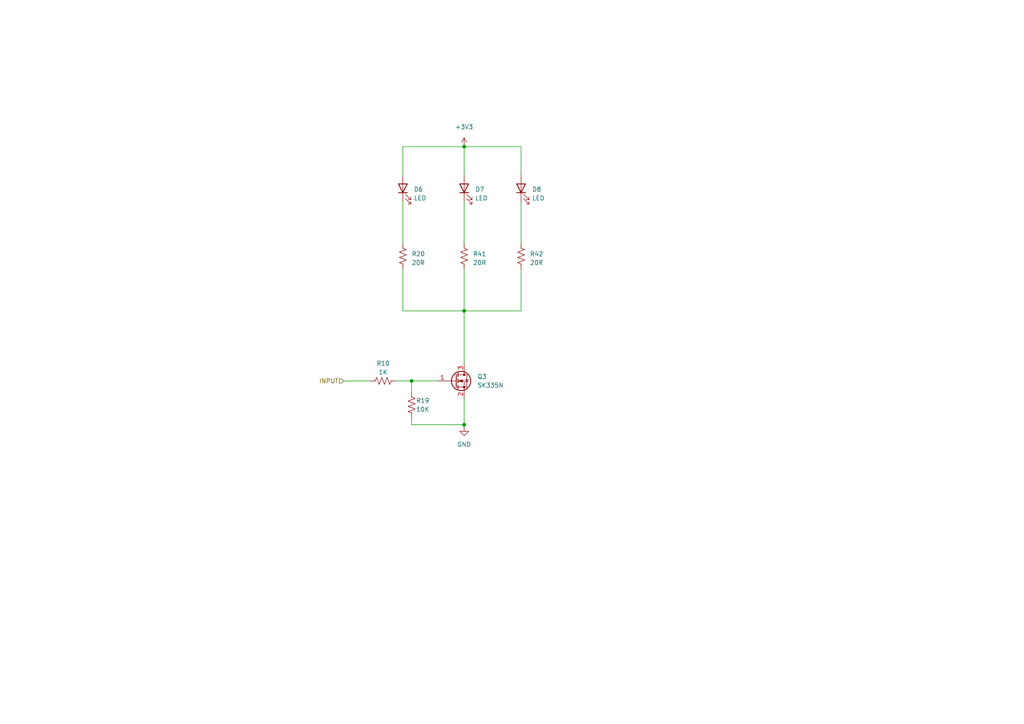
<source format=kicad_sch>
(kicad_sch (version 20230121) (generator eeschema)
  (paper "A4")
  (lib_symbols
    (symbol "Device:LED" (pin_numbers hide) (pin_names (offset 1.016) hide)
      (property "Reference" "D" (at 0 2.54 0))
      (property "Value" "LED" (at 0 -2.54 0))
      (symbol "LED_0_1"
        (polyline (pts (xy -1.27 -1.27) (xy -1.27 1.27)) (stroke (width 0.254)))
        (polyline (pts (xy -1.27 0) (xy 1.27 0)))
        (polyline (pts (xy 1.27 -1.27) (xy 1.27 1.27) (xy -1.27 0) (xy 1.27 -1.27)) (stroke (width 0.254)))
        (polyline (pts (xy -3.048 -0.762) (xy -4.572 -2.286) (xy -3.81 -2.286) (xy -4.572 -2.286) (xy -4.572 -1.524)))
        (polyline (pts (xy -1.778 -0.762) (xy -3.302 -2.286) (xy -2.54 -2.286) (xy -3.302 -2.286) (xy -3.302 -1.524)))
      )
      (symbol "LED_1_1"
        (pin passive line (at -3.81 0 0) (length 2.54) (name "K") (number "1"))
        (pin passive line (at 3.81 0 180) (length 2.54) (name "A") (number "2"))
      )
    )
    (symbol "Device:Q_NMOS_GSD" (pin_names (offset 0) hide)
      (property "Reference" "Q" (at 5.08 1.27 0))
      (property "Value" "Q_NMOS_GSD" (at 5.08 -1.27 0))
      (symbol "Q_NMOS_GSD_0_1"
        (polyline (pts (xy 0.254 0) (xy -2.54 0)))
        (polyline (pts (xy 0.254 1.905) (xy 0.254 -1.905)) (stroke (width 0.254)))
        (polyline (pts (xy 0.762 -1.27) (xy 0.762 -2.286)) (stroke (width 0.254)))
        (polyline (pts (xy 0.762 0.508) (xy 0.762 -0.508)) (stroke (width 0.254)))
        (polyline (pts (xy 0.762 2.286) (xy 0.762 1.27)) (stroke (width 0.254)))
        (polyline (pts (xy 2.54 2.54) (xy 2.54 1.778)))
        (polyline (pts (xy 2.54 -2.54) (xy 2.54 0) (xy 0.762 0)))
        (polyline (pts (xy 0.762 -1.778) (xy 3.302 -1.778) (xy 3.302 1.778) (xy 0.762 1.778)))
        (polyline (pts (xy 1.016 0) (xy 2.032 0.381) (xy 2.032 -0.381) (xy 1.016 0)) (fill (type outline)))
        (polyline (pts (xy 2.794 0.508) (xy 2.921 0.381) (xy 3.683 0.381) (xy 3.81 0.254)))
        (polyline (pts (xy 3.302 0.381) (xy 2.921 -0.254) (xy 3.683 -0.254) (xy 3.302 0.381)))
        (circle (center 1.651 0) (radius 2.794) (stroke (width 0.254)))
        (circle (center 2.54 -1.778) (radius 0.254) (fill (type outline)))
        (circle (center 2.54 1.778) (radius 0.254) (fill (type outline)))
      )
      (symbol "Q_NMOS_GSD_1_1"
        (pin input line (at -5.08 0 0) (length 2.54) (name "G") (number "1"))
        (pin passive line (at 2.54 -5.08 90) (length 2.54) (name "S") (number "2"))
        (pin passive line (at 2.54 5.08 270) (length 2.54) (name "D") (number "3"))
      )
    )
    (symbol "Device:R_US" (pin_numbers hide) (pin_names (offset 0))
      (property "Reference" "R" (at 2.54 0 90))
      (property "Value" "R_US" (at -2.54 0 90))
      (symbol "R_US_0_1"
        (polyline (pts (xy 0 -2.286) (xy 0 -2.54)))
        (polyline (pts (xy 0 2.286) (xy 0 2.54)))
        (polyline (pts (xy 0 -0.762) (xy 1.016 -1.143) (xy 0 -1.524) (xy -1.016 -1.905) (xy 0 -2.286)))
        (polyline (pts (xy 0 0.762) (xy 1.016 0.381) (xy 0 0) (xy -1.016 -0.381) (xy 0 -0.762)))
        (polyline (pts (xy 0 2.286) (xy 1.016 1.905) (xy 0 1.524) (xy -1.016 1.143) (xy 0 0.762)))
      )
      (symbol "R_US_1_1"
        (pin passive line (at 0 3.81 270) (length 1.27) (name "~") (number "1"))
        (pin passive line (at 0 -3.81 90) (length 1.27) (name "~") (number "2"))
      )
    )
    (symbol "power:+3V3" (power) (pin_names (offset 0))
      (property "Value" "+3V3" (at 0 3.556 0))
      (symbol "+3V3_0_1"
        (polyline (pts (xy -0.762 1.27) (xy 0 2.54)))
        (polyline (pts (xy 0 0) (xy 0 2.54)))
        (polyline (pts (xy 0 2.54) (xy 0.762 1.27)))
      )
      (symbol "+3V3_1_1"
        (pin power_in line (at 0 0 90) (length 0) hide (name "+3V3") (number "1"))
      )
    )
    (symbol "power:GND" (power) (pin_names (offset 0))
      (property "Value" "GND" (at 0 -3.81 0))
      (symbol "GND_0_1"
        (polyline (pts (xy 0 0) (xy 0 -1.27) (xy 1.27 -1.27) (xy 0 -2.54) (xy -1.27 -1.27) (xy 0 -1.27)))
      )
      (symbol "GND_1_1"
        (pin power_in line (at 0 0 270) (length 0) hide (name "GND") (number "1"))
      )
    )
  )
  (junction (at 134.62 90.17))
  (junction (at 119.38 110.49))
  (junction (at 134.62 42.545))
  (junction (at 134.62 123.19))
  (wire (pts (xy 134.62 78.105) (xy 134.62 90.17)))
  (wire (pts (xy 116.84 50.8) (xy 116.84 42.545)))
  (wire (pts (xy 99.695 110.49) (xy 107.315 110.49)))
  (wire (pts (xy 116.84 90.17) (xy 116.84 78.105)))
  (wire (pts (xy 134.62 123.19) (xy 134.62 115.57)))
  (wire (pts (xy 134.62 90.17) (xy 151.13 90.17)))
  (wire (pts (xy 134.62 90.17) (xy 134.62 105.41)))
  (wire (pts (xy 134.62 123.19) (xy 119.38 123.19)))
  (wire (pts (xy 116.84 42.545) (xy 134.62 42.545)))
  (wire (pts (xy 134.62 123.825) (xy 134.62 123.19)))
  (wire (pts (xy 151.13 58.42) (xy 151.13 70.485)))
  (wire (pts (xy 119.38 110.49) (xy 127 110.49)))
  (wire (pts (xy 134.62 42.545) (xy 134.62 50.8)))
  (wire (pts (xy 134.62 58.42) (xy 134.62 70.485)))
  (wire (pts (xy 114.935 110.49) (xy 119.38 110.49)))
  (wire (pts (xy 119.38 113.665) (xy 119.38 110.49)))
  (wire (pts (xy 134.62 42.545) (xy 151.13 42.545)))
  (wire (pts (xy 151.13 78.105) (xy 151.13 90.17)))
  (wire (pts (xy 116.84 90.17) (xy 134.62 90.17)))
  (wire (pts (xy 119.38 123.19) (xy 119.38 121.285)))
  (wire (pts (xy 151.13 42.545) (xy 151.13 50.8)))
  (wire (pts (xy 116.84 70.485) (xy 116.84 58.42)))
  (hierarchical_label "INPUT" (shape input) (at 99.695 110.49 180))
  (symbol (lib_id "Device:LED") (at 134.62 54.61 90) (unit 1)
    (property "Reference" "D7" (at 137.795 54.9274 90) (effects (justify right)))
    (property "Value" "LED" (at 137.795 57.4674 90) (effects (justify right)))
    (property "Footprint" "LED_SMD:LED_PLCC_2835_Handsoldering" (effects hide))
    (instances (project "ALERT_RIDER_HARDWARE" (path "" (reference "D7") (unit 1)) (path "" (reference "D10") (unit 1)) (path "" (reference "D13") (unit 1))))
  )
  (symbol (lib_id "Device:R_US") (at 119.38 117.475 180) (unit 1)
    (property "Reference" "R19" (at 120.65 116.205 0) (effects (justify right)))
    (property "Value" "10K" (at 120.65 118.745 0) (effects (justify right)))
    (property "Footprint" "Resistor_SMD:R_0402_1005Metric" (effects hide))
    (instances (project "ALERT_RIDER_HARDWARE" (path "" (reference "R19") (unit 1)) (path "" (reference "R22") (unit 1)) (path "" (reference "R25") (unit 1))))
  )
  (symbol (lib_id "Device:R_US") (at 151.13 74.295 0) (unit 1)
    (property "Reference" "R42" (at 153.67 73.66 0) (effects (justify left)))
    (property "Value" "20R" (at 153.67 76.2 0) (effects (justify left)))
    (property "Footprint" "Resistor_SMD:R_0402_1005Metric" (effects hide))
    (instances (project "ALERT_RIDER_HARDWARE" (path "" (reference "R42") (unit 1)) (path "" (reference "R44") (unit 1)) (path "" (reference "R46") (unit 1))))
  )
  (symbol (lib_id "Device:LED") (at 116.84 54.61 90) (unit 1)
    (property "Reference" "D6" (at 120.015 54.9274 90) (effects (justify right)))
    (property "Value" "LED" (at 120.015 57.4674 90) (effects (justify right)))
    (property "Footprint" "LED_SMD:LED_PLCC_2835_Handsoldering" (effects hide))
    (instances (project "ALERT_RIDER_HARDWARE" (path "" (reference "D6") (unit 1)) (path "" (reference "D9") (unit 1)) (path "" (reference "D12") (unit 1))))
  )
  (symbol (lib_id "Device:R_US") (at 111.125 110.49 90) (unit 1)
    (property "Reference" "R10" (at 111.125 105.41 90))
    (property "Value" "1K" (at 111.125 107.95 90))
    (property "Footprint" "Resistor_SMD:R_0402_1005Metric" (effects hide))
    (instances (project "ALERT_RIDER_HARDWARE" (path "" (reference "R10") (unit 1)) (path "" (reference "R21") (unit 1)) (path "" (reference "R24") (unit 1))))
  )
  (symbol (lib_id "Device:R_US") (at 134.62 74.295 0) (unit 1)
    (property "Reference" "R41" (at 137.16 73.66 0) (effects (justify left)))
    (property "Value" "20R" (at 137.16 76.2 0) (effects (justify left)))
    (property "Footprint" "Resistor_SMD:R_0402_1005Metric" (effects hide))
    (instances (project "ALERT_RIDER_HARDWARE" (path "" (reference "R41") (unit 1)) (path "" (reference "R43") (unit 1)) (path "" (reference "R45") (unit 1))))
  )
  (symbol (lib_id "power:GND") (at 134.62 123.825 0) (unit 1)
    (property "Reference" "#PWR043" (effects hide))
    (property "Value" "GND" (at 134.62 128.905 0))
    (instances (project "ALERT_RIDER_HARDWARE" (path "" (reference "#PWR043") (unit 1)) (path "" (reference "#PWR045") (unit 1)) (path "" (reference "#PWR047") (unit 1))))
  )
  (symbol (lib_id "Device:Q_NMOS_GSD") (at 132.08 110.49 0) (unit 1)
    (property "Reference" "Q3" (at 138.43 109.2199 0) (effects (justify left)))
    (property "Value" "SK335N" (at 138.43 111.7599 0) (effects (justify left)))
    (property "Footprint" "Package_TO_SOT_SMD:SOT-23" (effects hide))
    (instances (project "ALERT_RIDER_HARDWARE" (path "" (reference "Q3") (unit 1)) (path "" (reference "Q4") (unit 1)) (path "" (reference "Q5") (unit 1))))
  )
  (symbol (lib_id "power:+3V3") (at 134.62 42.545 0) (unit 1)
    (property "Reference" "#PWR042" (effects hide))
    (property "Value" "+3V3" (at 134.62 36.83 0))
    (instances (project "ALERT_RIDER_HARDWARE" (path "" (reference "#PWR042") (unit 1)) (path "" (reference "#PWR044") (unit 1)) (path "" (reference "#PWR046") (unit 1))))
  )
  (symbol (lib_id "Device:LED") (at 151.13 54.61 90) (unit 1)
    (property "Reference" "D8" (at 154.305 54.9274 90) (effects (justify right)))
    (property "Value" "LED" (at 154.305 57.4674 90) (effects (justify right)))
    (property "Footprint" "LED_SMD:LED_PLCC_2835_Handsoldering" (effects hide))
    (instances (project "ALERT_RIDER_HARDWARE" (path "" (reference "D8") (unit 1)) (path "" (reference "D11") (unit 1)) (path "" (reference "D14") (unit 1))))
  )
  (symbol (lib_id "Device:R_US") (at 116.84 74.295 0) (unit 1)
    (property "Reference" "R20" (at 119.38 73.66 0) (effects (justify left)))
    (property "Value" "20R" (at 119.38 76.2 0) (effects (justify left)))
    (property "Footprint" "Resistor_SMD:R_0402_1005Metric" (effects hide))
    (instances (project "ALERT_RIDER_HARDWARE" (path "" (reference "R20") (unit 1)) (path "" (reference "R23") (unit 1)) (path "" (reference "R26") (unit 1))))
  )
)
</source>
